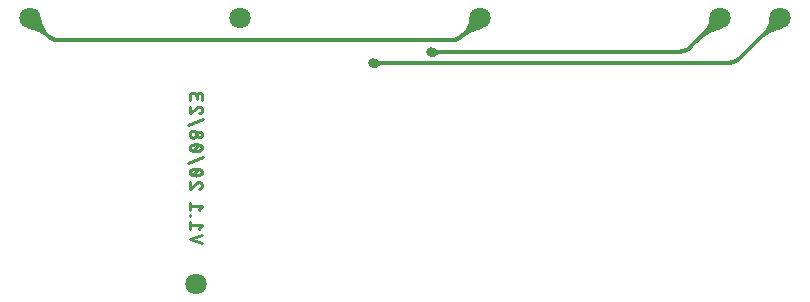
<source format=gbr>
G04 EAGLE Gerber RS-274X export*
G75*
%MOMM*%
%FSLAX34Y34*%
%LPD*%
%INBottom Copper*%
%IPPOS*%
%AMOC8*
5,1,8,0,0,1.08239X$1,22.5*%
G01*
%ADD10C,0.228600*%
%ADD11C,1.800000*%
%ADD12C,0.304800*%
%ADD13C,0.254000*%
%ADD14C,0.800000*%


D10*
X171101Y38220D02*
X160687Y41691D01*
X171101Y45163D01*
X168787Y50229D02*
X171101Y53121D01*
X160687Y53121D01*
X160687Y50229D02*
X160687Y56014D01*
X160687Y60833D02*
X161265Y60833D01*
X161265Y61412D01*
X160687Y61412D01*
X160687Y60833D01*
X168787Y66231D02*
X171101Y69123D01*
X160687Y69123D01*
X160687Y66231D02*
X160687Y72016D01*
X171101Y86939D02*
X171099Y87039D01*
X171093Y87138D01*
X171084Y87238D01*
X171070Y87336D01*
X171053Y87435D01*
X171033Y87532D01*
X171008Y87629D01*
X170980Y87725D01*
X170948Y87819D01*
X170912Y87912D01*
X170873Y88004D01*
X170831Y88094D01*
X170785Y88183D01*
X170735Y88270D01*
X170683Y88354D01*
X170627Y88437D01*
X170568Y88518D01*
X170506Y88596D01*
X170441Y88672D01*
X170373Y88745D01*
X170303Y88815D01*
X170230Y88883D01*
X170154Y88948D01*
X170076Y89010D01*
X169995Y89069D01*
X169912Y89125D01*
X169828Y89177D01*
X169741Y89227D01*
X169652Y89273D01*
X169562Y89315D01*
X169470Y89354D01*
X169377Y89390D01*
X169283Y89422D01*
X169187Y89450D01*
X169090Y89475D01*
X168993Y89495D01*
X168894Y89512D01*
X168796Y89526D01*
X168696Y89535D01*
X168597Y89541D01*
X168497Y89543D01*
X171101Y86939D02*
X171099Y86825D01*
X171093Y86712D01*
X171084Y86599D01*
X171070Y86486D01*
X171053Y86373D01*
X171032Y86262D01*
X171007Y86151D01*
X170978Y86041D01*
X170946Y85932D01*
X170910Y85824D01*
X170870Y85717D01*
X170827Y85612D01*
X170780Y85509D01*
X170729Y85407D01*
X170676Y85307D01*
X170618Y85208D01*
X170558Y85112D01*
X170494Y85018D01*
X170427Y84926D01*
X170357Y84836D01*
X170284Y84749D01*
X170209Y84664D01*
X170130Y84582D01*
X170048Y84503D01*
X169964Y84427D01*
X169878Y84353D01*
X169789Y84282D01*
X169697Y84215D01*
X169603Y84150D01*
X169508Y84089D01*
X169410Y84031D01*
X169310Y83977D01*
X169208Y83926D01*
X169105Y83878D01*
X169000Y83834D01*
X168894Y83794D01*
X168787Y83757D01*
X166472Y88675D02*
X166544Y88748D01*
X166619Y88819D01*
X166697Y88886D01*
X166777Y88951D01*
X166859Y89013D01*
X166943Y89072D01*
X167030Y89127D01*
X167119Y89180D01*
X167209Y89229D01*
X167301Y89275D01*
X167395Y89317D01*
X167491Y89356D01*
X167587Y89391D01*
X167685Y89423D01*
X167784Y89451D01*
X167884Y89475D01*
X167985Y89496D01*
X168087Y89513D01*
X168189Y89526D01*
X168291Y89535D01*
X168394Y89541D01*
X168497Y89543D01*
X166472Y88674D02*
X160687Y83757D01*
X160687Y89542D01*
X165894Y95186D02*
X166099Y95188D01*
X166304Y95196D01*
X166508Y95208D01*
X166712Y95225D01*
X166916Y95247D01*
X167119Y95274D01*
X167322Y95306D01*
X167523Y95342D01*
X167724Y95383D01*
X167923Y95429D01*
X168122Y95480D01*
X168319Y95536D01*
X168515Y95596D01*
X168709Y95661D01*
X168902Y95730D01*
X169093Y95804D01*
X169282Y95883D01*
X169469Y95966D01*
X169655Y96054D01*
X169654Y96054D02*
X169740Y96085D01*
X169825Y96120D01*
X169908Y96159D01*
X169989Y96202D01*
X170068Y96247D01*
X170146Y96296D01*
X170221Y96349D01*
X170294Y96404D01*
X170364Y96463D01*
X170432Y96524D01*
X170497Y96589D01*
X170559Y96656D01*
X170619Y96725D01*
X170675Y96798D01*
X170728Y96872D01*
X170778Y96949D01*
X170825Y97028D01*
X170868Y97108D01*
X170908Y97191D01*
X170944Y97275D01*
X170977Y97361D01*
X171006Y97447D01*
X171031Y97536D01*
X171052Y97625D01*
X171070Y97714D01*
X171083Y97805D01*
X171093Y97896D01*
X171099Y97987D01*
X171101Y98079D01*
X171099Y98171D01*
X171093Y98262D01*
X171083Y98353D01*
X171070Y98444D01*
X171052Y98533D01*
X171031Y98622D01*
X171006Y98711D01*
X170977Y98797D01*
X170944Y98883D01*
X170908Y98967D01*
X170868Y99050D01*
X170825Y99130D01*
X170778Y99209D01*
X170728Y99286D01*
X170675Y99360D01*
X170619Y99433D01*
X170559Y99502D01*
X170497Y99569D01*
X170432Y99634D01*
X170364Y99695D01*
X170294Y99754D01*
X170221Y99809D01*
X170146Y99862D01*
X170068Y99911D01*
X169989Y99956D01*
X169908Y99999D01*
X169825Y100038D01*
X169740Y100073D01*
X169654Y100104D01*
X169655Y100104D02*
X169469Y100192D01*
X169282Y100275D01*
X169093Y100354D01*
X168902Y100428D01*
X168709Y100497D01*
X168515Y100562D01*
X168319Y100622D01*
X168122Y100678D01*
X167923Y100729D01*
X167724Y100775D01*
X167523Y100816D01*
X167322Y100852D01*
X167119Y100884D01*
X166916Y100911D01*
X166712Y100933D01*
X166508Y100950D01*
X166304Y100962D01*
X166099Y100970D01*
X165894Y100972D01*
X165894Y95187D02*
X165689Y95189D01*
X165484Y95197D01*
X165280Y95209D01*
X165076Y95226D01*
X164872Y95248D01*
X164669Y95275D01*
X164467Y95307D01*
X164265Y95343D01*
X164064Y95384D01*
X163865Y95430D01*
X163666Y95481D01*
X163469Y95537D01*
X163273Y95597D01*
X163079Y95662D01*
X162886Y95731D01*
X162695Y95805D01*
X162506Y95884D01*
X162319Y95967D01*
X162133Y96055D01*
X162133Y96054D02*
X162047Y96085D01*
X161962Y96120D01*
X161879Y96159D01*
X161798Y96202D01*
X161719Y96247D01*
X161641Y96296D01*
X161566Y96349D01*
X161493Y96404D01*
X161423Y96463D01*
X161355Y96524D01*
X161290Y96589D01*
X161228Y96656D01*
X161168Y96725D01*
X161112Y96798D01*
X161059Y96872D01*
X161009Y96949D01*
X160962Y97028D01*
X160919Y97108D01*
X160879Y97191D01*
X160843Y97275D01*
X160810Y97361D01*
X160781Y97447D01*
X160756Y97536D01*
X160735Y97625D01*
X160717Y97714D01*
X160704Y97805D01*
X160694Y97896D01*
X160688Y97987D01*
X160686Y98079D01*
X162133Y100104D02*
X162319Y100192D01*
X162506Y100275D01*
X162695Y100354D01*
X162886Y100428D01*
X163079Y100497D01*
X163273Y100562D01*
X163469Y100622D01*
X163666Y100678D01*
X163865Y100729D01*
X164064Y100775D01*
X164265Y100816D01*
X164467Y100852D01*
X164669Y100884D01*
X164872Y100911D01*
X165076Y100933D01*
X165280Y100950D01*
X165484Y100962D01*
X165689Y100970D01*
X165894Y100972D01*
X162133Y100104D02*
X162047Y100073D01*
X161962Y100038D01*
X161879Y99999D01*
X161798Y99956D01*
X161719Y99911D01*
X161641Y99862D01*
X161566Y99809D01*
X161493Y99754D01*
X161423Y99695D01*
X161355Y99634D01*
X161290Y99569D01*
X161228Y99502D01*
X161168Y99433D01*
X161112Y99360D01*
X161059Y99286D01*
X161009Y99209D01*
X160962Y99130D01*
X160919Y99050D01*
X160879Y98967D01*
X160843Y98883D01*
X160810Y98797D01*
X160781Y98711D01*
X160756Y98622D01*
X160735Y98533D01*
X160717Y98444D01*
X160704Y98353D01*
X160694Y98262D01*
X160688Y98171D01*
X160686Y98079D01*
X163001Y95765D02*
X168787Y100394D01*
X159530Y106052D02*
X172258Y110680D01*
X169655Y116628D02*
X169469Y116540D01*
X169282Y116457D01*
X169093Y116378D01*
X168902Y116304D01*
X168709Y116235D01*
X168515Y116170D01*
X168319Y116110D01*
X168122Y116054D01*
X167923Y116003D01*
X167724Y115957D01*
X167523Y115916D01*
X167322Y115880D01*
X167119Y115848D01*
X166916Y115821D01*
X166712Y115799D01*
X166508Y115782D01*
X166304Y115770D01*
X166099Y115762D01*
X165894Y115760D01*
X169654Y116628D02*
X169740Y116659D01*
X169825Y116694D01*
X169908Y116733D01*
X169989Y116776D01*
X170068Y116821D01*
X170146Y116870D01*
X170221Y116923D01*
X170294Y116978D01*
X170364Y117037D01*
X170432Y117098D01*
X170497Y117163D01*
X170559Y117230D01*
X170619Y117299D01*
X170675Y117372D01*
X170728Y117446D01*
X170778Y117523D01*
X170825Y117602D01*
X170868Y117682D01*
X170908Y117765D01*
X170944Y117849D01*
X170977Y117935D01*
X171006Y118021D01*
X171031Y118110D01*
X171052Y118199D01*
X171070Y118288D01*
X171083Y118379D01*
X171093Y118470D01*
X171099Y118561D01*
X171101Y118653D01*
X171099Y118745D01*
X171093Y118836D01*
X171083Y118927D01*
X171070Y119018D01*
X171052Y119107D01*
X171031Y119196D01*
X171006Y119285D01*
X170977Y119371D01*
X170944Y119457D01*
X170908Y119541D01*
X170868Y119624D01*
X170825Y119704D01*
X170778Y119783D01*
X170728Y119860D01*
X170675Y119934D01*
X170619Y120007D01*
X170559Y120076D01*
X170497Y120143D01*
X170432Y120208D01*
X170364Y120269D01*
X170294Y120328D01*
X170221Y120383D01*
X170146Y120436D01*
X170068Y120485D01*
X169989Y120530D01*
X169908Y120573D01*
X169825Y120612D01*
X169740Y120647D01*
X169654Y120678D01*
X169655Y120678D02*
X169469Y120766D01*
X169282Y120849D01*
X169093Y120928D01*
X168902Y121002D01*
X168709Y121071D01*
X168515Y121136D01*
X168319Y121196D01*
X168122Y121252D01*
X167923Y121303D01*
X167724Y121349D01*
X167523Y121390D01*
X167322Y121426D01*
X167119Y121458D01*
X166916Y121485D01*
X166712Y121507D01*
X166508Y121524D01*
X166304Y121536D01*
X166099Y121544D01*
X165894Y121546D01*
X165894Y115761D02*
X165689Y115763D01*
X165484Y115771D01*
X165280Y115783D01*
X165076Y115800D01*
X164872Y115822D01*
X164669Y115849D01*
X164467Y115881D01*
X164265Y115917D01*
X164064Y115958D01*
X163865Y116004D01*
X163666Y116055D01*
X163469Y116111D01*
X163273Y116171D01*
X163079Y116236D01*
X162886Y116305D01*
X162695Y116379D01*
X162506Y116458D01*
X162319Y116541D01*
X162133Y116629D01*
X162133Y116628D02*
X162047Y116659D01*
X161962Y116694D01*
X161879Y116733D01*
X161798Y116776D01*
X161719Y116821D01*
X161641Y116870D01*
X161566Y116923D01*
X161493Y116978D01*
X161423Y117037D01*
X161355Y117098D01*
X161290Y117163D01*
X161228Y117230D01*
X161168Y117299D01*
X161112Y117372D01*
X161059Y117446D01*
X161009Y117523D01*
X160962Y117602D01*
X160919Y117682D01*
X160879Y117765D01*
X160843Y117849D01*
X160810Y117935D01*
X160781Y118021D01*
X160756Y118110D01*
X160735Y118199D01*
X160717Y118288D01*
X160704Y118379D01*
X160694Y118470D01*
X160688Y118561D01*
X160686Y118653D01*
X162133Y120678D02*
X162319Y120766D01*
X162506Y120849D01*
X162695Y120928D01*
X162886Y121002D01*
X163079Y121071D01*
X163273Y121136D01*
X163469Y121196D01*
X163666Y121252D01*
X163865Y121303D01*
X164064Y121349D01*
X164265Y121390D01*
X164467Y121426D01*
X164669Y121458D01*
X164872Y121485D01*
X165076Y121507D01*
X165280Y121524D01*
X165484Y121536D01*
X165689Y121544D01*
X165894Y121546D01*
X162133Y120678D02*
X162047Y120647D01*
X161962Y120612D01*
X161879Y120573D01*
X161798Y120530D01*
X161719Y120485D01*
X161641Y120436D01*
X161566Y120383D01*
X161493Y120328D01*
X161423Y120269D01*
X161355Y120208D01*
X161290Y120143D01*
X161228Y120076D01*
X161168Y120007D01*
X161112Y119934D01*
X161059Y119860D01*
X161009Y119783D01*
X160962Y119704D01*
X160919Y119624D01*
X160879Y119541D01*
X160843Y119457D01*
X160810Y119371D01*
X160781Y119285D01*
X160756Y119196D01*
X160735Y119107D01*
X160717Y119018D01*
X160704Y118927D01*
X160694Y118836D01*
X160688Y118745D01*
X160686Y118653D01*
X163001Y116339D02*
X168787Y120967D01*
X163580Y127190D02*
X163687Y127192D01*
X163794Y127198D01*
X163900Y127208D01*
X164006Y127222D01*
X164112Y127239D01*
X164216Y127261D01*
X164320Y127286D01*
X164423Y127316D01*
X164525Y127349D01*
X164625Y127385D01*
X164724Y127426D01*
X164821Y127470D01*
X164917Y127518D01*
X165011Y127569D01*
X165103Y127623D01*
X165193Y127681D01*
X165280Y127743D01*
X165366Y127807D01*
X165449Y127874D01*
X165529Y127945D01*
X165607Y128019D01*
X165682Y128095D01*
X165754Y128174D01*
X165823Y128255D01*
X165889Y128340D01*
X165952Y128426D01*
X166011Y128515D01*
X166067Y128606D01*
X166120Y128699D01*
X166170Y128793D01*
X166216Y128890D01*
X166258Y128988D01*
X166296Y129088D01*
X166331Y129189D01*
X166363Y129291D01*
X166390Y129395D01*
X166413Y129499D01*
X166433Y129604D01*
X166449Y129710D01*
X166461Y129816D01*
X166469Y129923D01*
X166473Y130030D01*
X166473Y130136D01*
X166469Y130243D01*
X166461Y130350D01*
X166449Y130456D01*
X166433Y130562D01*
X166413Y130667D01*
X166390Y130771D01*
X166363Y130875D01*
X166331Y130977D01*
X166296Y131078D01*
X166258Y131178D01*
X166216Y131276D01*
X166170Y131373D01*
X166120Y131467D01*
X166067Y131560D01*
X166011Y131651D01*
X165952Y131740D01*
X165889Y131826D01*
X165823Y131911D01*
X165754Y131992D01*
X165682Y132071D01*
X165607Y132147D01*
X165529Y132221D01*
X165449Y132292D01*
X165366Y132359D01*
X165280Y132423D01*
X165193Y132485D01*
X165103Y132543D01*
X165011Y132597D01*
X164917Y132648D01*
X164821Y132696D01*
X164724Y132740D01*
X164625Y132781D01*
X164525Y132817D01*
X164423Y132850D01*
X164320Y132880D01*
X164216Y132905D01*
X164112Y132927D01*
X164006Y132944D01*
X163900Y132958D01*
X163794Y132968D01*
X163687Y132974D01*
X163580Y132976D01*
X163473Y132974D01*
X163366Y132968D01*
X163260Y132958D01*
X163154Y132944D01*
X163048Y132927D01*
X162944Y132905D01*
X162840Y132880D01*
X162737Y132850D01*
X162635Y132817D01*
X162535Y132781D01*
X162436Y132740D01*
X162339Y132696D01*
X162243Y132648D01*
X162149Y132597D01*
X162057Y132543D01*
X161967Y132485D01*
X161880Y132423D01*
X161794Y132359D01*
X161711Y132292D01*
X161631Y132221D01*
X161553Y132147D01*
X161478Y132071D01*
X161406Y131992D01*
X161337Y131911D01*
X161271Y131826D01*
X161208Y131740D01*
X161149Y131651D01*
X161093Y131560D01*
X161040Y131467D01*
X160990Y131373D01*
X160944Y131276D01*
X160902Y131178D01*
X160864Y131078D01*
X160829Y130977D01*
X160797Y130875D01*
X160770Y130771D01*
X160747Y130667D01*
X160727Y130562D01*
X160711Y130456D01*
X160699Y130350D01*
X160691Y130243D01*
X160687Y130136D01*
X160687Y130030D01*
X160691Y129923D01*
X160699Y129816D01*
X160711Y129710D01*
X160727Y129604D01*
X160747Y129499D01*
X160770Y129395D01*
X160797Y129291D01*
X160829Y129189D01*
X160864Y129088D01*
X160902Y128988D01*
X160944Y128890D01*
X160990Y128793D01*
X161040Y128699D01*
X161093Y128606D01*
X161149Y128515D01*
X161208Y128426D01*
X161271Y128340D01*
X161337Y128255D01*
X161406Y128174D01*
X161478Y128095D01*
X161553Y128019D01*
X161631Y127945D01*
X161711Y127874D01*
X161794Y127807D01*
X161880Y127743D01*
X161967Y127681D01*
X162057Y127623D01*
X162149Y127569D01*
X162243Y127518D01*
X162339Y127470D01*
X162436Y127426D01*
X162535Y127385D01*
X162635Y127349D01*
X162737Y127316D01*
X162840Y127286D01*
X162944Y127261D01*
X163048Y127239D01*
X163154Y127222D01*
X163260Y127208D01*
X163366Y127198D01*
X163473Y127192D01*
X163580Y127190D01*
X168787Y127769D02*
X168881Y127771D01*
X168976Y127777D01*
X169070Y127786D01*
X169163Y127800D01*
X169256Y127817D01*
X169348Y127838D01*
X169439Y127863D01*
X169529Y127891D01*
X169618Y127923D01*
X169705Y127959D01*
X169791Y127998D01*
X169875Y128041D01*
X169958Y128087D01*
X170038Y128136D01*
X170116Y128189D01*
X170193Y128245D01*
X170266Y128304D01*
X170338Y128365D01*
X170406Y128430D01*
X170473Y128498D01*
X170536Y128568D01*
X170596Y128640D01*
X170654Y128715D01*
X170708Y128793D01*
X170759Y128872D01*
X170807Y128953D01*
X170851Y129037D01*
X170892Y129122D01*
X170929Y129208D01*
X170963Y129296D01*
X170994Y129386D01*
X171020Y129476D01*
X171043Y129568D01*
X171062Y129661D01*
X171077Y129754D01*
X171089Y129847D01*
X171097Y129941D01*
X171101Y130036D01*
X171101Y130130D01*
X171097Y130225D01*
X171089Y130319D01*
X171077Y130412D01*
X171062Y130505D01*
X171043Y130598D01*
X171020Y130690D01*
X170994Y130780D01*
X170963Y130870D01*
X170929Y130958D01*
X170892Y131044D01*
X170851Y131129D01*
X170807Y131213D01*
X170759Y131294D01*
X170708Y131373D01*
X170654Y131451D01*
X170596Y131526D01*
X170536Y131598D01*
X170473Y131668D01*
X170406Y131736D01*
X170338Y131801D01*
X170266Y131862D01*
X170193Y131921D01*
X170116Y131977D01*
X170038Y132030D01*
X169958Y132079D01*
X169875Y132125D01*
X169791Y132168D01*
X169705Y132207D01*
X169618Y132243D01*
X169529Y132275D01*
X169439Y132303D01*
X169348Y132328D01*
X169256Y132349D01*
X169163Y132366D01*
X169070Y132380D01*
X168976Y132389D01*
X168881Y132395D01*
X168787Y132397D01*
X168693Y132395D01*
X168598Y132389D01*
X168504Y132380D01*
X168411Y132366D01*
X168318Y132349D01*
X168226Y132328D01*
X168135Y132303D01*
X168045Y132275D01*
X167956Y132243D01*
X167869Y132207D01*
X167783Y132168D01*
X167699Y132125D01*
X167616Y132079D01*
X167536Y132030D01*
X167458Y131977D01*
X167381Y131921D01*
X167308Y131862D01*
X167236Y131801D01*
X167168Y131736D01*
X167101Y131668D01*
X167038Y131598D01*
X166978Y131526D01*
X166920Y131451D01*
X166866Y131373D01*
X166815Y131294D01*
X166767Y131213D01*
X166723Y131129D01*
X166682Y131044D01*
X166645Y130958D01*
X166611Y130870D01*
X166580Y130780D01*
X166554Y130690D01*
X166531Y130598D01*
X166512Y130505D01*
X166497Y130412D01*
X166485Y130319D01*
X166477Y130225D01*
X166473Y130130D01*
X166473Y130036D01*
X166477Y129941D01*
X166485Y129847D01*
X166497Y129754D01*
X166512Y129661D01*
X166531Y129568D01*
X166554Y129476D01*
X166580Y129386D01*
X166611Y129296D01*
X166645Y129208D01*
X166682Y129122D01*
X166723Y129037D01*
X166767Y128953D01*
X166815Y128872D01*
X166866Y128793D01*
X166920Y128715D01*
X166978Y128640D01*
X167038Y128568D01*
X167101Y128498D01*
X167168Y128430D01*
X167236Y128365D01*
X167308Y128304D01*
X167381Y128245D01*
X167458Y128189D01*
X167536Y128136D01*
X167616Y128087D01*
X167699Y128041D01*
X167783Y127998D01*
X167869Y127959D01*
X167956Y127923D01*
X168045Y127891D01*
X168135Y127863D01*
X168226Y127838D01*
X168318Y127817D01*
X168411Y127800D01*
X168504Y127786D01*
X168598Y127777D01*
X168693Y127771D01*
X168787Y127769D01*
X159530Y138056D02*
X172258Y142684D01*
X171101Y150946D02*
X171099Y151046D01*
X171093Y151145D01*
X171084Y151245D01*
X171070Y151343D01*
X171053Y151442D01*
X171033Y151539D01*
X171008Y151636D01*
X170980Y151732D01*
X170948Y151826D01*
X170912Y151919D01*
X170873Y152011D01*
X170831Y152101D01*
X170785Y152190D01*
X170735Y152277D01*
X170683Y152361D01*
X170627Y152444D01*
X170568Y152525D01*
X170506Y152603D01*
X170441Y152679D01*
X170373Y152752D01*
X170303Y152822D01*
X170230Y152890D01*
X170154Y152955D01*
X170076Y153017D01*
X169995Y153076D01*
X169912Y153132D01*
X169828Y153184D01*
X169741Y153234D01*
X169652Y153280D01*
X169562Y153322D01*
X169470Y153361D01*
X169377Y153397D01*
X169283Y153429D01*
X169187Y153457D01*
X169090Y153482D01*
X168993Y153502D01*
X168894Y153519D01*
X168796Y153533D01*
X168696Y153542D01*
X168597Y153548D01*
X168497Y153550D01*
X171101Y150946D02*
X171099Y150832D01*
X171093Y150719D01*
X171084Y150606D01*
X171070Y150493D01*
X171053Y150380D01*
X171032Y150269D01*
X171007Y150158D01*
X170978Y150048D01*
X170946Y149939D01*
X170910Y149831D01*
X170870Y149724D01*
X170827Y149619D01*
X170780Y149516D01*
X170729Y149414D01*
X170676Y149314D01*
X170618Y149215D01*
X170558Y149119D01*
X170494Y149025D01*
X170427Y148933D01*
X170357Y148843D01*
X170284Y148756D01*
X170209Y148671D01*
X170130Y148589D01*
X170048Y148510D01*
X169964Y148434D01*
X169878Y148360D01*
X169789Y148289D01*
X169697Y148222D01*
X169603Y148157D01*
X169508Y148096D01*
X169410Y148038D01*
X169310Y147984D01*
X169208Y147933D01*
X169105Y147885D01*
X169000Y147841D01*
X168894Y147801D01*
X168787Y147764D01*
X166472Y152682D02*
X166544Y152755D01*
X166619Y152826D01*
X166697Y152893D01*
X166777Y152958D01*
X166859Y153020D01*
X166943Y153079D01*
X167030Y153134D01*
X167119Y153187D01*
X167209Y153236D01*
X167301Y153282D01*
X167395Y153324D01*
X167491Y153363D01*
X167587Y153398D01*
X167685Y153430D01*
X167784Y153458D01*
X167884Y153482D01*
X167985Y153503D01*
X168087Y153520D01*
X168189Y153533D01*
X168291Y153542D01*
X168394Y153548D01*
X168497Y153550D01*
X166472Y152682D02*
X160687Y147764D01*
X160687Y153550D01*
X160687Y159194D02*
X160687Y162087D01*
X160689Y162194D01*
X160695Y162301D01*
X160705Y162407D01*
X160719Y162513D01*
X160736Y162619D01*
X160758Y162723D01*
X160783Y162827D01*
X160813Y162930D01*
X160846Y163032D01*
X160882Y163132D01*
X160923Y163231D01*
X160967Y163328D01*
X161015Y163424D01*
X161066Y163518D01*
X161120Y163610D01*
X161178Y163700D01*
X161240Y163787D01*
X161304Y163873D01*
X161371Y163956D01*
X161442Y164036D01*
X161516Y164114D01*
X161592Y164189D01*
X161671Y164261D01*
X161752Y164330D01*
X161837Y164396D01*
X161923Y164459D01*
X162012Y164518D01*
X162103Y164574D01*
X162196Y164627D01*
X162290Y164677D01*
X162387Y164723D01*
X162485Y164765D01*
X162585Y164803D01*
X162686Y164838D01*
X162788Y164870D01*
X162892Y164897D01*
X162996Y164920D01*
X163101Y164940D01*
X163207Y164956D01*
X163313Y164968D01*
X163420Y164976D01*
X163527Y164980D01*
X163633Y164980D01*
X163740Y164976D01*
X163847Y164968D01*
X163953Y164956D01*
X164059Y164940D01*
X164164Y164920D01*
X164268Y164897D01*
X164372Y164870D01*
X164474Y164838D01*
X164575Y164803D01*
X164675Y164765D01*
X164773Y164723D01*
X164870Y164677D01*
X164964Y164627D01*
X165057Y164574D01*
X165148Y164518D01*
X165237Y164459D01*
X165323Y164396D01*
X165408Y164330D01*
X165489Y164261D01*
X165568Y164189D01*
X165644Y164114D01*
X165718Y164036D01*
X165789Y163956D01*
X165856Y163873D01*
X165920Y163787D01*
X165982Y163700D01*
X166040Y163610D01*
X166094Y163518D01*
X166145Y163424D01*
X166193Y163328D01*
X166237Y163231D01*
X166278Y163132D01*
X166314Y163032D01*
X166347Y162930D01*
X166377Y162827D01*
X166402Y162723D01*
X166424Y162619D01*
X166441Y162513D01*
X166455Y162407D01*
X166465Y162301D01*
X166471Y162194D01*
X166473Y162087D01*
X171101Y162666D02*
X171101Y159194D01*
X171101Y162666D02*
X171099Y162760D01*
X171093Y162855D01*
X171084Y162949D01*
X171070Y163042D01*
X171053Y163135D01*
X171032Y163227D01*
X171007Y163318D01*
X170979Y163408D01*
X170947Y163497D01*
X170911Y163584D01*
X170872Y163670D01*
X170829Y163754D01*
X170783Y163837D01*
X170734Y163917D01*
X170681Y163995D01*
X170625Y164072D01*
X170566Y164145D01*
X170505Y164217D01*
X170440Y164285D01*
X170372Y164352D01*
X170302Y164415D01*
X170230Y164475D01*
X170155Y164533D01*
X170077Y164587D01*
X169998Y164638D01*
X169917Y164686D01*
X169833Y164730D01*
X169748Y164771D01*
X169662Y164808D01*
X169574Y164842D01*
X169484Y164873D01*
X169394Y164899D01*
X169302Y164922D01*
X169209Y164941D01*
X169116Y164956D01*
X169023Y164968D01*
X168929Y164976D01*
X168834Y164980D01*
X168740Y164980D01*
X168645Y164976D01*
X168551Y164968D01*
X168458Y164956D01*
X168365Y164941D01*
X168272Y164922D01*
X168180Y164899D01*
X168090Y164873D01*
X168000Y164842D01*
X167912Y164808D01*
X167826Y164771D01*
X167741Y164730D01*
X167657Y164686D01*
X167576Y164638D01*
X167497Y164587D01*
X167419Y164533D01*
X167344Y164475D01*
X167272Y164415D01*
X167202Y164352D01*
X167134Y164285D01*
X167069Y164217D01*
X167008Y164145D01*
X166949Y164072D01*
X166893Y163995D01*
X166840Y163917D01*
X166791Y163837D01*
X166745Y163754D01*
X166702Y163670D01*
X166663Y163584D01*
X166627Y163497D01*
X166595Y163408D01*
X166567Y163318D01*
X166542Y163227D01*
X166521Y163135D01*
X166504Y163042D01*
X166490Y162949D01*
X166481Y162855D01*
X166475Y162760D01*
X166473Y162666D01*
X166472Y162666D02*
X166472Y160351D01*
D11*
X25400Y228600D03*
X406400Y228600D03*
D12*
X39688Y214313D02*
X25400Y228600D01*
X50800Y209550D02*
X381000Y209550D01*
X381376Y209555D01*
X381752Y209568D01*
X382128Y209592D01*
X382503Y209624D01*
X382877Y209665D01*
X383249Y209716D01*
X383621Y209776D01*
X383991Y209845D01*
X384359Y209922D01*
X384725Y210009D01*
X385089Y210105D01*
X385450Y210210D01*
X385809Y210324D01*
X386165Y210446D01*
X386517Y210577D01*
X386867Y210717D01*
X387212Y210865D01*
X387554Y211022D01*
X387893Y211187D01*
X388227Y211360D01*
X388556Y211542D01*
X388881Y211731D01*
X389202Y211928D01*
X389517Y212134D01*
X389827Y212346D01*
X390132Y212567D01*
X390431Y212795D01*
X390725Y213030D01*
X391013Y213272D01*
X391295Y213521D01*
X391571Y213777D01*
X391840Y214040D01*
X406400Y228600D01*
X50800Y209550D02*
X50435Y209554D01*
X50071Y209567D01*
X49706Y209589D01*
X49343Y209619D01*
X48980Y209658D01*
X48618Y209706D01*
X48258Y209762D01*
X47899Y209827D01*
X47541Y209900D01*
X47186Y209982D01*
X46832Y210072D01*
X46481Y210171D01*
X46132Y210278D01*
X45786Y210393D01*
X45443Y210517D01*
X45102Y210648D01*
X44765Y210788D01*
X44432Y210935D01*
X44102Y211091D01*
X43775Y211254D01*
X43453Y211425D01*
X43135Y211604D01*
X42821Y211790D01*
X42512Y211984D01*
X42207Y212184D01*
X41908Y212393D01*
X41613Y212608D01*
X41324Y212830D01*
X41040Y213059D01*
X40761Y213294D01*
X40488Y213537D01*
X40221Y213785D01*
X39960Y214040D01*
X39688Y214313D01*
D13*
X39687Y214312D02*
X39211Y214926D01*
X38750Y215551D01*
X38303Y216186D01*
X37872Y216832D01*
X37456Y217488D01*
X37056Y218154D01*
X36672Y218829D01*
X36305Y219513D01*
X35953Y220205D01*
X35618Y220906D01*
X35300Y221614D01*
X34999Y222330D01*
X34715Y223053D01*
X34448Y223782D01*
X34199Y224518D01*
X33967Y225259D01*
X33753Y226005D01*
X33557Y226757D01*
X33379Y227513D01*
X33218Y228273D01*
X33076Y229036D01*
X32952Y229803D01*
X32953Y229803D02*
X24197Y221047D01*
X24197Y221048D02*
X24964Y220924D01*
X25727Y220782D01*
X26487Y220621D01*
X27243Y220443D01*
X27995Y220247D01*
X28741Y220033D01*
X29482Y219801D01*
X30218Y219552D01*
X30947Y219285D01*
X31670Y219001D01*
X32386Y218700D01*
X33094Y218382D01*
X33795Y218047D01*
X34487Y217695D01*
X35171Y217328D01*
X35846Y216944D01*
X36512Y216544D01*
X37168Y216128D01*
X37814Y215697D01*
X38449Y215250D01*
X39074Y214789D01*
X39688Y214313D01*
X30163Y219869D02*
X34131Y223838D01*
X392113Y214312D02*
X392589Y214926D01*
X393050Y215551D01*
X393497Y216186D01*
X393928Y216832D01*
X394344Y217488D01*
X394744Y218154D01*
X395128Y218829D01*
X395495Y219513D01*
X395847Y220205D01*
X396182Y220906D01*
X396500Y221614D01*
X396801Y222330D01*
X397085Y223053D01*
X397352Y223782D01*
X397601Y224518D01*
X397833Y225259D01*
X398047Y226005D01*
X398243Y226757D01*
X398421Y227513D01*
X398582Y228273D01*
X398724Y229036D01*
X398848Y229803D01*
X398847Y229803D02*
X407603Y221047D01*
X407603Y221048D02*
X406836Y220924D01*
X406073Y220782D01*
X405313Y220621D01*
X404557Y220443D01*
X403805Y220247D01*
X403059Y220033D01*
X402318Y219801D01*
X401582Y219552D01*
X400853Y219285D01*
X400130Y219001D01*
X399414Y218700D01*
X398706Y218382D01*
X398005Y218047D01*
X397313Y217695D01*
X396629Y217328D01*
X395954Y216944D01*
X395288Y216544D01*
X394632Y216128D01*
X393986Y215697D01*
X393351Y215250D01*
X392726Y214789D01*
X392112Y214313D01*
X397669Y223838D02*
X401638Y219869D01*
D11*
X165894Y3175D03*
X203200Y228600D03*
X609600Y228600D03*
D12*
X585515Y204515D01*
X585246Y204252D01*
X584970Y203996D01*
X584688Y203747D01*
X584400Y203505D01*
X584106Y203270D01*
X583807Y203042D01*
X583502Y202821D01*
X583192Y202609D01*
X582877Y202403D01*
X582556Y202206D01*
X582231Y202017D01*
X581902Y201835D01*
X581568Y201662D01*
X581229Y201497D01*
X580887Y201340D01*
X580542Y201192D01*
X580192Y201052D01*
X579840Y200921D01*
X579484Y200799D01*
X579125Y200685D01*
X578764Y200580D01*
X578400Y200484D01*
X578034Y200397D01*
X577666Y200320D01*
X577296Y200251D01*
X576924Y200191D01*
X576552Y200140D01*
X576178Y200099D01*
X575803Y200067D01*
X575427Y200043D01*
X575051Y200030D01*
X574675Y200025D01*
X365125Y200025D01*
D14*
X365125Y200025D03*
D13*
X595313Y214312D02*
X595789Y214926D01*
X596250Y215551D01*
X596697Y216186D01*
X597128Y216832D01*
X597544Y217488D01*
X597944Y218154D01*
X598328Y218829D01*
X598695Y219513D01*
X599047Y220205D01*
X599382Y220906D01*
X599700Y221614D01*
X600001Y222330D01*
X600285Y223053D01*
X600552Y223782D01*
X600801Y224518D01*
X601033Y225259D01*
X601247Y226005D01*
X601443Y226757D01*
X601621Y227513D01*
X601782Y228273D01*
X601924Y229036D01*
X602048Y229803D01*
X602047Y229803D02*
X610803Y221047D01*
X610803Y221048D02*
X610036Y220924D01*
X609273Y220782D01*
X608513Y220621D01*
X607757Y220443D01*
X607005Y220247D01*
X606259Y220033D01*
X605518Y219801D01*
X604782Y219552D01*
X604053Y219285D01*
X603330Y219001D01*
X602614Y218700D01*
X601906Y218382D01*
X601205Y218047D01*
X600513Y217695D01*
X599829Y217328D01*
X599154Y216944D01*
X598488Y216544D01*
X597832Y216128D01*
X597186Y215697D01*
X596551Y215250D01*
X595926Y214789D01*
X595312Y214313D01*
X600869Y223838D02*
X604838Y219869D01*
X371125Y200025D02*
X366367Y202456D01*
X365125Y200025D01*
X366367Y197594D02*
X371125Y200025D01*
X366367Y197594D02*
X365125Y200025D01*
D11*
X660400Y228600D03*
D12*
X646113Y214313D01*
X615950Y190500D02*
X315913Y190500D01*
X615950Y190500D02*
X616326Y190505D01*
X616702Y190518D01*
X617078Y190542D01*
X617453Y190574D01*
X617827Y190615D01*
X618199Y190666D01*
X618571Y190726D01*
X618941Y190795D01*
X619309Y190872D01*
X619675Y190959D01*
X620039Y191055D01*
X620400Y191160D01*
X620759Y191274D01*
X621115Y191396D01*
X621467Y191527D01*
X621817Y191667D01*
X622162Y191815D01*
X622504Y191972D01*
X622843Y192137D01*
X623177Y192310D01*
X623506Y192492D01*
X623831Y192681D01*
X624152Y192878D01*
X624467Y193084D01*
X624777Y193296D01*
X625082Y193517D01*
X625381Y193745D01*
X625675Y193980D01*
X625963Y194222D01*
X626245Y194471D01*
X626521Y194727D01*
X626790Y194990D01*
X646113Y214313D01*
D14*
X315913Y190500D03*
D13*
X646113Y214312D02*
X646589Y214926D01*
X647050Y215551D01*
X647497Y216186D01*
X647928Y216832D01*
X648344Y217488D01*
X648744Y218154D01*
X649128Y218829D01*
X649495Y219513D01*
X649847Y220205D01*
X650182Y220906D01*
X650500Y221614D01*
X650801Y222330D01*
X651085Y223053D01*
X651352Y223782D01*
X651601Y224518D01*
X651833Y225259D01*
X652047Y226005D01*
X652243Y226757D01*
X652421Y227513D01*
X652582Y228273D01*
X652724Y229036D01*
X652848Y229803D01*
X652847Y229803D02*
X661603Y221047D01*
X661603Y221048D02*
X660836Y220924D01*
X660073Y220782D01*
X659313Y220621D01*
X658557Y220443D01*
X657805Y220247D01*
X657059Y220033D01*
X656318Y219801D01*
X655582Y219552D01*
X654853Y219285D01*
X654130Y219001D01*
X653414Y218700D01*
X652706Y218382D01*
X652005Y218047D01*
X651313Y217695D01*
X650629Y217328D01*
X649954Y216944D01*
X649288Y216544D01*
X648632Y216128D01*
X647986Y215697D01*
X647351Y215250D01*
X646726Y214789D01*
X646112Y214313D01*
X651669Y223838D02*
X655638Y219869D01*
X321913Y190500D02*
X317155Y192931D01*
X315913Y190500D01*
X317155Y188069D02*
X321913Y190500D01*
X317155Y188069D02*
X315913Y190500D01*
M02*

</source>
